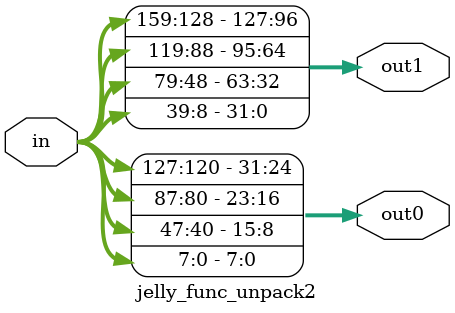
<source format=v>



`timescale 1ns / 1ps
`default_nettype none


module jelly_func_unpack2
        #(
            parameter   N         = 4,
            parameter   W0        = 8,
            parameter   W1        = 32,
            
            // local
            parameter   IN_WIDTH   = N * (W0 + W1),
            parameter   OUT0_WIDTH = N * W0,
            parameter   OUT1_WIDTH = N * W1
        )
        (
            input   wire    [IN_WIDTH-1:0]      in,
            output  wire    [OUT0_WIDTH-1:0]    out0,
            output  wire    [OUT1_WIDTH-1:0]    out1
        );
    
    localparam  IW = W0 + W1;
    
    genvar  i;
    
    generate
    for ( i = 0; i < N; i = i+1 ) begin : loop_umpack
        assign {out1[i*W1 +: W1], out0[i*W0 +: W0]} = in[i*IW +: IW];
    end
    endgenerate
    
endmodule


`default_nettype wire


// end of file

</source>
